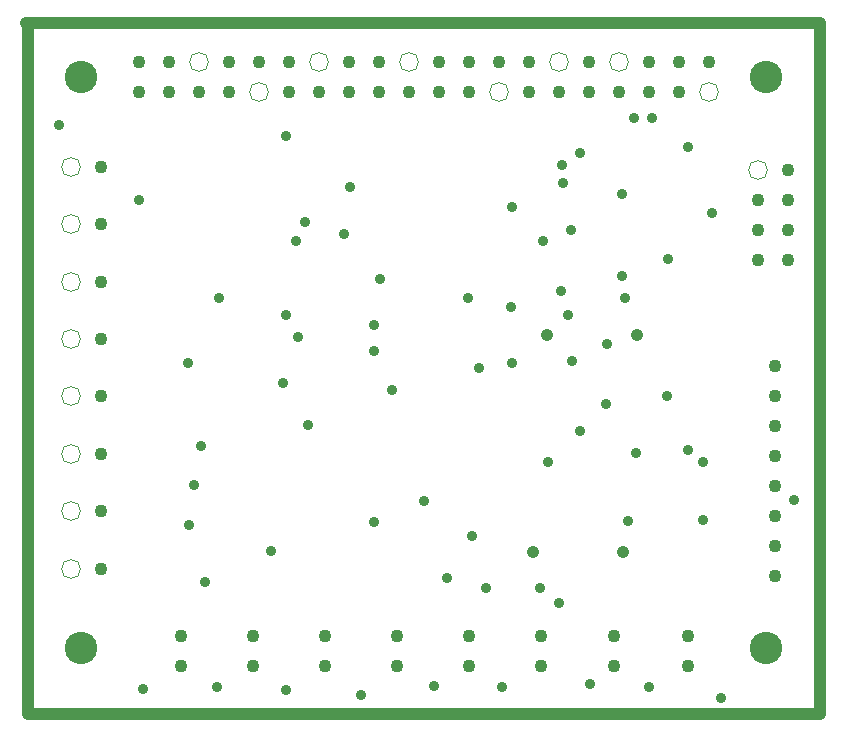
<source format=gbr>
G04*
G04 #@! TF.GenerationSoftware,Altium Limited,Altium Designer,23.2.1 (34)*
G04*
G04 Layer_Physical_Order=3*
G04 Layer_Color=128*
%FSLAX25Y25*%
%MOIN*%
G70*
G04*
G04 #@! TF.SameCoordinates,168D8CC4-6B96-4916-8BE8-BBD7D9E71175*
G04*
G04*
G04 #@! TF.FilePolarity,Negative*
G04*
G01*
G75*
%ADD67C,0.04000*%
%ADD68C,0.04343*%
%ADD69C,0.04343*%
G04:AMPARAMS|DCode=70|XSize=67.055mil|YSize=67.055mil|CornerRadius=0mil|HoleSize=0mil|Usage=FLASHONLY|Rotation=0.000|XOffset=0mil|YOffset=0mil|HoleType=Round|Shape=Relief|Width=4mil|Gap=4mil|Entries=4|*
%AMTHD70*
7,0,0,0.06706,0.05906,0.00400,45*
%
%ADD70THD70*%
G04:AMPARAMS|DCode=71|XSize=67.055mil|YSize=67.055mil|CornerRadius=0mil|HoleSize=0mil|Usage=FLASHONLY|Rotation=0.000|XOffset=0mil|YOffset=0mil|HoleType=Round|Shape=Relief|Width=4mil|Gap=4mil|Entries=4|*
%AMTHD71*
7,0,0,0.06706,0.05906,0.00400,45*
%
%ADD71THD71*%
%ADD72C,0.10800*%
%ADD74C,0.04147*%
%ADD75C,0.03600*%
D67*
X500Y43000D02*
X264500D01*
Y273500D01*
X0D02*
X264500D01*
X0D02*
X500Y273000D01*
Y43000D02*
Y273000D01*
D68*
X254000Y194500D02*
D03*
X244000D02*
D03*
X254000Y204500D02*
D03*
X244000D02*
D03*
X254000Y214500D02*
D03*
X244000D02*
D03*
X254000Y224500D02*
D03*
D69*
X37573Y250320D02*
D03*
Y260320D02*
D03*
X47573Y250320D02*
D03*
Y260320D02*
D03*
X57573Y250320D02*
D03*
X67573D02*
D03*
Y260320D02*
D03*
X77573D02*
D03*
X87573Y250320D02*
D03*
Y260320D02*
D03*
X97573Y250320D02*
D03*
X107573D02*
D03*
Y260320D02*
D03*
X117573Y250320D02*
D03*
Y260320D02*
D03*
X127573Y250320D02*
D03*
X137573D02*
D03*
Y260320D02*
D03*
X147573Y250320D02*
D03*
Y260320D02*
D03*
X157573D02*
D03*
X167573Y250320D02*
D03*
Y260320D02*
D03*
X177573Y250320D02*
D03*
X187573D02*
D03*
Y260320D02*
D03*
X197573Y250320D02*
D03*
X207573D02*
D03*
Y260320D02*
D03*
X217573Y250320D02*
D03*
Y260320D02*
D03*
X227573D02*
D03*
X249500Y89000D02*
D03*
Y99000D02*
D03*
Y109000D02*
D03*
Y119000D02*
D03*
Y129000D02*
D03*
Y139000D02*
D03*
Y149000D02*
D03*
Y159000D02*
D03*
X171575Y58988D02*
D03*
Y68988D02*
D03*
X99650D02*
D03*
Y58988D02*
D03*
X51500Y68988D02*
D03*
Y58988D02*
D03*
X25071Y91551D02*
D03*
Y110694D02*
D03*
Y187265D02*
D03*
X220500Y68988D02*
D03*
Y58988D02*
D03*
X196075Y68988D02*
D03*
Y58988D02*
D03*
X147650Y68988D02*
D03*
Y58988D02*
D03*
X123650Y68988D02*
D03*
Y58988D02*
D03*
X75500Y68988D02*
D03*
Y58988D02*
D03*
X25071Y129836D02*
D03*
Y148979D02*
D03*
Y206408D02*
D03*
Y225551D02*
D03*
Y168122D02*
D03*
D70*
X227573Y250320D02*
D03*
X177573Y260320D02*
D03*
X197573D02*
D03*
X157573Y250320D02*
D03*
X127573Y260320D02*
D03*
X97573D02*
D03*
X57573D02*
D03*
X77573Y250320D02*
D03*
X15071Y206408D02*
D03*
Y187265D02*
D03*
Y225551D02*
D03*
Y168122D02*
D03*
Y110694D02*
D03*
Y148979D02*
D03*
Y129836D02*
D03*
Y91551D02*
D03*
D71*
X244000Y224500D02*
D03*
D72*
X18400Y255320D02*
D03*
X246746D02*
D03*
X246500Y65051D02*
D03*
X18154D02*
D03*
D74*
X169110Y97051D02*
D03*
X199110D02*
D03*
X173500Y169500D02*
D03*
X203500D02*
D03*
D75*
X111500Y49500D02*
D03*
X94000Y139500D02*
D03*
X179000Y220000D02*
D03*
X228500Y210000D02*
D03*
X90002Y200800D02*
D03*
X54000Y160000D02*
D03*
X182051Y160905D02*
D03*
X85547Y153441D02*
D03*
X162000Y160000D02*
D03*
X181772Y204500D02*
D03*
X37600Y214500D02*
D03*
X11000Y239600D02*
D03*
X162000Y212000D02*
D03*
X54169Y105980D02*
D03*
X81571Y97598D02*
D03*
X58208Y132480D02*
D03*
X86571Y176169D02*
D03*
X220500Y131122D02*
D03*
X184500Y230181D02*
D03*
X178685Y226000D02*
D03*
X86679Y235779D02*
D03*
X208600Y241800D02*
D03*
X214000Y194800D02*
D03*
X220500Y232000D02*
D03*
X122000Y151161D02*
D03*
X225500Y107700D02*
D03*
Y127100D02*
D03*
X177720Y80000D02*
D03*
X256000Y114500D02*
D03*
X151100Y158600D02*
D03*
X188000Y53000D02*
D03*
X158500Y52000D02*
D03*
X86500Y51000D02*
D03*
X136000Y52500D02*
D03*
X193500Y166500D02*
D03*
X199500Y181900D02*
D03*
X213500Y149206D02*
D03*
X90600Y168900D02*
D03*
X92800Y207100D02*
D03*
X56000Y119500D02*
D03*
X59500Y87300D02*
D03*
X140300Y88400D02*
D03*
X148500Y102400D02*
D03*
X207500Y52000D02*
D03*
X172400Y200800D02*
D03*
X64300Y181800D02*
D03*
X116100Y107300D02*
D03*
Y164000D02*
D03*
X39000Y51500D02*
D03*
X63500Y52000D02*
D03*
X231500Y48500D02*
D03*
X108000Y218716D02*
D03*
X106100Y203100D02*
D03*
X153200Y85039D02*
D03*
X132500Y114000D02*
D03*
X171400Y85039D02*
D03*
X174100Y127100D02*
D03*
X184500Y137600D02*
D03*
X193400Y146500D02*
D03*
X147200Y181900D02*
D03*
X161500Y178800D02*
D03*
X178200Y184000D02*
D03*
X180600Y176000D02*
D03*
X118100Y188300D02*
D03*
X116100Y172700D02*
D03*
X198522Y216322D02*
D03*
X198700Y189100D02*
D03*
X200640Y107623D02*
D03*
X203200Y130300D02*
D03*
X202600Y241900D02*
D03*
M02*

</source>
